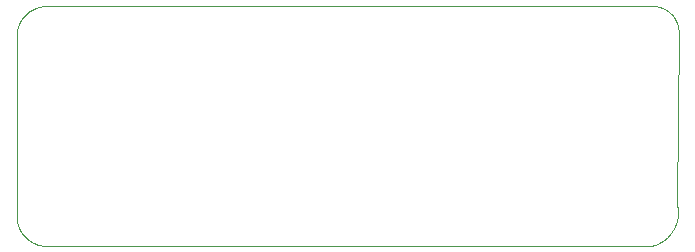
<source format=gko>
G75*
%MOIN*%
%OFA0B0*%
%FSLAX25Y25*%
%IPPOS*%
%LPD*%
%AMOC8*
5,1,8,0,0,1.08239X$1,22.5*
%
%ADD10C,0.00000*%
D10*
X0011500Y0001500D02*
X0213000Y0001500D01*
X0213000Y0001501D02*
X0213270Y0001564D01*
X0213538Y0001634D01*
X0213805Y0001711D01*
X0214069Y0001794D01*
X0214332Y0001884D01*
X0214592Y0001979D01*
X0214850Y0002081D01*
X0215105Y0002190D01*
X0215358Y0002304D01*
X0215608Y0002424D01*
X0215855Y0002551D01*
X0216098Y0002683D01*
X0216339Y0002821D01*
X0216576Y0002965D01*
X0216809Y0003115D01*
X0217039Y0003270D01*
X0217265Y0003431D01*
X0217487Y0003597D01*
X0217705Y0003769D01*
X0217919Y0003945D01*
X0218128Y0004127D01*
X0218333Y0004314D01*
X0218533Y0004506D01*
X0218729Y0004702D01*
X0218920Y0004903D01*
X0219106Y0005109D01*
X0219287Y0005319D01*
X0219463Y0005534D01*
X0219633Y0005752D01*
X0219798Y0005975D01*
X0219958Y0006202D01*
X0220113Y0006432D01*
X0220261Y0006666D01*
X0220404Y0006904D01*
X0220541Y0007145D01*
X0220673Y0007389D01*
X0220798Y0007637D01*
X0220917Y0007887D01*
X0221031Y0008140D01*
X0221138Y0008396D01*
X0221239Y0008654D01*
X0221333Y0008915D01*
X0221422Y0009178D01*
X0221504Y0009443D01*
X0221579Y0009709D01*
X0221648Y0009978D01*
X0221711Y0010248D01*
X0221767Y0010520D01*
X0221816Y0010793D01*
X0221859Y0011067D01*
X0221895Y0011342D01*
X0221925Y0011617D01*
X0221948Y0011894D01*
X0221964Y0012171D01*
X0221973Y0012448D01*
X0221976Y0012725D01*
X0221972Y0013002D01*
X0221961Y0013280D01*
X0221944Y0013556D01*
X0221920Y0013833D01*
X0221889Y0014108D01*
X0221852Y0014383D01*
X0221808Y0014657D01*
X0221758Y0014930D01*
X0221700Y0015201D01*
X0221701Y0015201D02*
X0222201Y0072760D01*
X0222198Y0072970D01*
X0222191Y0073180D01*
X0222178Y0073390D01*
X0222160Y0073600D01*
X0222138Y0073809D01*
X0222110Y0074017D01*
X0222077Y0074225D01*
X0222039Y0074432D01*
X0221996Y0074638D01*
X0221948Y0074842D01*
X0221895Y0075046D01*
X0221838Y0075248D01*
X0221775Y0075449D01*
X0221708Y0075648D01*
X0221636Y0075845D01*
X0221559Y0076041D01*
X0221477Y0076235D01*
X0221391Y0076427D01*
X0221300Y0076616D01*
X0221204Y0076804D01*
X0221104Y0076989D01*
X0221000Y0077171D01*
X0220891Y0077351D01*
X0220778Y0077528D01*
X0220661Y0077703D01*
X0220539Y0077874D01*
X0220414Y0078043D01*
X0220284Y0078208D01*
X0220150Y0078371D01*
X0220013Y0078530D01*
X0219871Y0078686D01*
X0219726Y0078838D01*
X0219578Y0078986D01*
X0219426Y0079131D01*
X0219270Y0079273D01*
X0219111Y0079410D01*
X0218948Y0079544D01*
X0218783Y0079674D01*
X0218614Y0079799D01*
X0218443Y0079921D01*
X0218268Y0080038D01*
X0218091Y0080151D01*
X0217911Y0080260D01*
X0217729Y0080364D01*
X0217544Y0080464D01*
X0217356Y0080560D01*
X0217167Y0080651D01*
X0216975Y0080737D01*
X0216781Y0080819D01*
X0216585Y0080896D01*
X0216388Y0080968D01*
X0216189Y0081035D01*
X0215988Y0081098D01*
X0215786Y0081155D01*
X0215582Y0081208D01*
X0215378Y0081256D01*
X0215172Y0081299D01*
X0214965Y0081337D01*
X0214757Y0081370D01*
X0214549Y0081398D01*
X0214340Y0081420D01*
X0214130Y0081438D01*
X0213920Y0081451D01*
X0213710Y0081458D01*
X0213500Y0081461D01*
X0011461Y0081461D01*
X0011220Y0081458D01*
X0010980Y0081449D01*
X0010739Y0081435D01*
X0010500Y0081414D01*
X0010260Y0081388D01*
X0010022Y0081356D01*
X0009784Y0081319D01*
X0009547Y0081275D01*
X0009312Y0081226D01*
X0009077Y0081172D01*
X0008844Y0081111D01*
X0008613Y0081045D01*
X0008383Y0080973D01*
X0008155Y0080896D01*
X0007929Y0080814D01*
X0007705Y0080726D01*
X0007483Y0080632D01*
X0007263Y0080533D01*
X0007046Y0080429D01*
X0006832Y0080320D01*
X0006620Y0080206D01*
X0006411Y0080086D01*
X0006205Y0079962D01*
X0006002Y0079832D01*
X0005803Y0079698D01*
X0005606Y0079559D01*
X0005413Y0079415D01*
X0005224Y0079266D01*
X0005038Y0079113D01*
X0004856Y0078956D01*
X0004677Y0078794D01*
X0004503Y0078628D01*
X0004333Y0078458D01*
X0004167Y0078284D01*
X0004005Y0078105D01*
X0003848Y0077923D01*
X0003695Y0077737D01*
X0003546Y0077548D01*
X0003402Y0077355D01*
X0003263Y0077158D01*
X0003129Y0076959D01*
X0002999Y0076756D01*
X0002875Y0076550D01*
X0002755Y0076341D01*
X0002641Y0076129D01*
X0002532Y0075915D01*
X0002428Y0075698D01*
X0002329Y0075478D01*
X0002235Y0075256D01*
X0002147Y0075032D01*
X0002065Y0074806D01*
X0001988Y0074578D01*
X0001916Y0074348D01*
X0001850Y0074117D01*
X0001789Y0073884D01*
X0001735Y0073649D01*
X0001686Y0073414D01*
X0001642Y0073177D01*
X0001605Y0072939D01*
X0001573Y0072701D01*
X0001547Y0072461D01*
X0001526Y0072222D01*
X0001512Y0071981D01*
X0001503Y0071741D01*
X0001500Y0071500D01*
X0001500Y0011500D01*
X0001503Y0011258D01*
X0001512Y0011017D01*
X0001526Y0010776D01*
X0001547Y0010535D01*
X0001573Y0010295D01*
X0001605Y0010055D01*
X0001643Y0009816D01*
X0001686Y0009579D01*
X0001736Y0009342D01*
X0001791Y0009107D01*
X0001851Y0008873D01*
X0001918Y0008641D01*
X0001989Y0008410D01*
X0002067Y0008181D01*
X0002150Y0007954D01*
X0002238Y0007729D01*
X0002332Y0007506D01*
X0002431Y0007286D01*
X0002536Y0007068D01*
X0002645Y0006853D01*
X0002760Y0006640D01*
X0002880Y0006430D01*
X0003005Y0006224D01*
X0003135Y0006020D01*
X0003270Y0005819D01*
X0003410Y0005622D01*
X0003554Y0005428D01*
X0003703Y0005238D01*
X0003857Y0005052D01*
X0004015Y0004869D01*
X0004177Y0004690D01*
X0004344Y0004515D01*
X0004515Y0004344D01*
X0004690Y0004177D01*
X0004869Y0004015D01*
X0005052Y0003857D01*
X0005238Y0003703D01*
X0005428Y0003554D01*
X0005622Y0003410D01*
X0005819Y0003270D01*
X0006020Y0003135D01*
X0006224Y0003005D01*
X0006430Y0002880D01*
X0006640Y0002760D01*
X0006853Y0002645D01*
X0007068Y0002536D01*
X0007286Y0002431D01*
X0007506Y0002332D01*
X0007729Y0002238D01*
X0007954Y0002150D01*
X0008181Y0002067D01*
X0008410Y0001989D01*
X0008641Y0001918D01*
X0008873Y0001851D01*
X0009107Y0001791D01*
X0009342Y0001736D01*
X0009579Y0001686D01*
X0009816Y0001643D01*
X0010055Y0001605D01*
X0010295Y0001573D01*
X0010535Y0001547D01*
X0010776Y0001526D01*
X0011017Y0001512D01*
X0011258Y0001503D01*
X0011500Y0001500D01*
M02*

</source>
